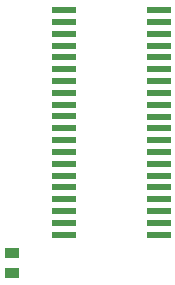
<source format=gbr>
%TF.GenerationSoftware,Altium Limited,Altium Designer,18.0.9 (584)*%
G04 Layer_Color=128*
%FSLAX26Y26*%
%MOIN*%
%TF.FileFunction,Paste,Bot*%
%TF.Part,Single*%
G01*
G75*
%TA.AperFunction,SMDPad,CuDef*%
%ADD10R,0.051181X0.033465*%
%TA.AperFunction,ConnectorPad*%
%ADD20R,0.078740X0.024000*%
D10*
X155529Y-1262441D02*
D03*
Y-1329370D02*
D03*
D20*
X330769Y-1200906D02*
D03*
Y-1161505D02*
D03*
Y-1122105D02*
D03*
Y-1082706D02*
D03*
Y-1043305D02*
D03*
Y-1003905D02*
D03*
Y-964505D02*
D03*
Y-925106D02*
D03*
Y-885706D02*
D03*
Y-846306D02*
D03*
Y-806905D02*
D03*
Y-767505D02*
D03*
Y-728106D02*
D03*
Y-688706D02*
D03*
Y-649306D02*
D03*
Y-609905D02*
D03*
Y-570505D02*
D03*
Y-531106D02*
D03*
Y-491705D02*
D03*
Y-452305D02*
D03*
X645491Y-1201293D02*
D03*
Y-1161893D02*
D03*
Y-1122494D02*
D03*
Y-1083093D02*
D03*
Y-1043694D02*
D03*
Y-1004293D02*
D03*
Y-964894D02*
D03*
Y-925494D02*
D03*
Y-886093D02*
D03*
Y-846693D02*
D03*
Y-807293D02*
D03*
Y-767894D02*
D03*
Y-728494D02*
D03*
Y-689093D02*
D03*
Y-649693D02*
D03*
Y-610293D02*
D03*
Y-570894D02*
D03*
Y-531494D02*
D03*
Y-492094D02*
D03*
Y-452693D02*
D03*
%TF.MD5,03edd7d712d219973b42219254553e81*%
M02*

</source>
